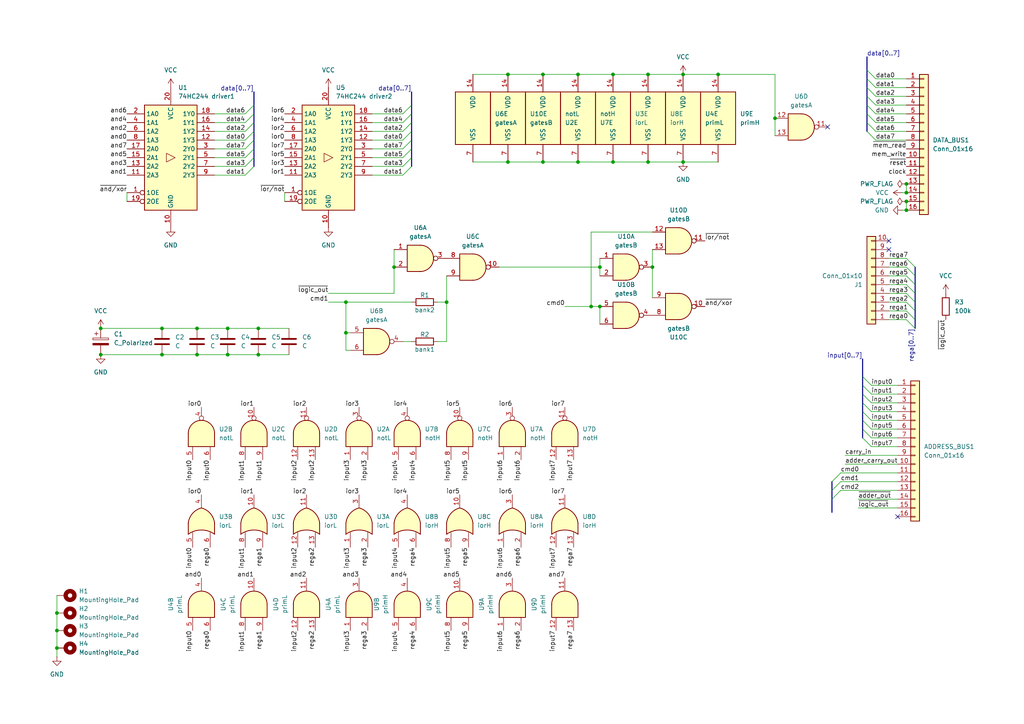
<source format=kicad_sch>
(kicad_sch (version 20250114) (generator "eeschema") (generator_version "9.0")
  (paper "A4")
  (title_block (title "PC-06 ALU LOGIC UNIT") (rev "A"))
  (junction (at 177.8 21.59))
  (junction (at 198.12 46.99))
  (junction (at 57.15 95.25))
  (junction (at 147.32 21.59))
  (junction (at 74.93 95.25))
  (junction (at 57.15 102.87))
  (junction (at 189.23 77.47))
  (junction (at 187.96 46.99))
  (junction (at 262.89 58.42))
  (junction (at 16.51 187.96))
  (junction (at 66.04 102.87))
  (junction (at 208.28 21.59))
  (junction (at 173.99 77.47))
  (junction (at 187.96 21.59))
  (junction (at 16.51 182.88))
  (junction (at 262.89 53.34))
  (junction (at 171.45 88.9))
  (junction (at 46.99 95.25))
  (junction (at 29.21 102.87))
  (junction (at 167.64 46.99))
  (junction (at 100.33 96.52))
  (junction (at 224.79 34.29))
  (junction (at 147.32 46.99))
  (junction (at 114.3 77.47))
  (junction (at 177.8 46.99))
  (junction (at 46.99 102.87))
  (junction (at 29.21 95.25))
  (junction (at 100.33 87.63))
  (junction (at 16.51 177.8))
  (junction (at 167.64 21.59))
  (junction (at 74.93 102.87))
  (junction (at 262.89 55.88))
  (junction (at 173.99 88.9))
  (junction (at 262.89 60.96))
  (junction (at 157.48 46.99))
  (junction (at 129.54 87.63))
  (junction (at 198.12 21.59))
  (junction (at 66.04 95.25))
  (junction (at 157.48 21.59))
  (no_connect (at 257.81 72.39))
  (no_connect (at 260.35 149.86))
  (no_connect (at 240.03 36.83))
  (no_connect (at 257.81 69.85))
  (bus_entry (at 251.46 20.32) (size 2.54 2.54))
  (bus_entry (at 119.38 40.64) (size -2.54 2.54))
  (bus_entry (at 250.19 114.3) (size 2.54 2.54))
  (bus_entry (at 119.38 33.02) (size -2.54 2.54))
  (bus_entry (at 73.66 30.48) (size -2.54 2.54))
  (bus_entry (at 250.19 111.76) (size 2.54 2.54))
  (bus_entry (at 241.3 139.7) (size 2.54 -2.54))
  (bus_entry (at 251.46 33.02) (size 2.54 2.54))
  (bus_entry (at 119.38 30.48) (size -2.54 2.54))
  (bus_entry (at 265.43 82.55) (size -2.54 -2.54))
  (bus_entry (at 73.66 33.02) (size -2.54 2.54))
  (bus_entry (at 251.46 22.86) (size 2.54 2.54))
  (bus_entry (at 73.66 40.64) (size -2.54 2.54))
  (bus_entry (at 73.66 43.18) (size -2.54 2.54))
  (bus_entry (at 73.66 38.1) (size -2.54 2.54))
  (bus_entry (at 241.3 144.78) (size 2.54 -2.54))
  (bus_entry (at 250.19 127) (size 2.54 2.54))
  (bus_entry (at 265.43 77.47) (size -2.54 -2.54))
  (bus_entry (at 251.46 25.4) (size 2.54 2.54))
  (bus_entry (at 251.46 35.56) (size 2.54 2.54))
  (bus_entry (at 73.66 45.72) (size -2.54 2.54))
  (bus_entry (at 265.43 92.71) (size -2.54 -2.54))
  (bus_entry (at 250.19 124.46) (size 2.54 2.54))
  (bus_entry (at 119.38 48.26) (size -2.54 2.54))
  (bus_entry (at 73.66 35.56) (size -2.54 2.54))
  (bus_entry (at 250.19 119.38) (size 2.54 2.54))
  (bus_entry (at 119.38 43.18) (size -2.54 2.54))
  (bus_entry (at 265.43 90.17) (size -2.54 -2.54))
  (bus_entry (at 119.38 35.56) (size -2.54 2.54))
  (bus_entry (at 73.66 48.26) (size -2.54 2.54))
  (bus_entry (at 251.46 38.1) (size 2.54 2.54))
  (bus_entry (at 250.19 109.22) (size 2.54 2.54))
  (bus_entry (at 119.38 38.1) (size -2.54 2.54))
  (bus_entry (at 265.43 95.25) (size -2.54 -2.54))
  (bus_entry (at 250.19 116.84) (size 2.54 2.54))
  (bus_entry (at 265.43 85.09) (size -2.54 -2.54))
  (bus_entry (at 250.19 121.92) (size 2.54 2.54))
  (bus_entry (at 251.46 30.48) (size 2.54 2.54))
  (bus_entry (at 119.38 45.72) (size -2.54 2.54))
  (bus_entry (at 251.46 27.94) (size 2.54 2.54))
  (bus_entry (at 265.43 80.01) (size -2.54 -2.54))
  (bus_entry (at 265.43 87.63) (size -2.54 -2.54))
  (bus_entry (at 241.3 142.24) (size 2.54 -2.54))
  (wire (pts (xy 173.99 74.93) (xy 173.99 77.47)))
  (wire (pts (xy 129.54 87.63) (xy 129.54 99.06)))
  (wire (pts (xy 100.33 96.52) (xy 100.33 101.6)))
  (wire (pts (xy 116.84 33.02) (xy 107.95 33.02)))
  (wire (pts (xy 261.62 60.96) (xy 262.89 60.96)))
  (bus (pts (xy 265.43 90.17) (xy 265.43 92.71)))
  (wire (pts (xy 254 40.64) (xy 262.89 40.64)))
  (wire (pts (xy 71.12 43.18) (xy 62.23 43.18)))
  (wire (pts (xy 243.84 142.24) (xy 260.35 142.24)))
  (wire (pts (xy 116.84 38.1) (xy 107.95 38.1)))
  (wire (pts (xy 257.81 90.17) (xy 262.89 90.17)))
  (bus (pts (xy 250.19 109.22) (xy 250.19 111.76)))
  (bus (pts (xy 241.3 139.7) (xy 241.3 142.24)))
  (bus (pts (xy 73.66 38.1) (xy 73.66 40.64)))
  (wire (pts (xy 189.23 72.39) (xy 189.23 77.47)))
  (wire (pts (xy 95.25 87.63) (xy 100.33 87.63)))
  (wire (pts (xy 198.12 21.59) (xy 187.96 21.59)))
  (wire (pts (xy 187.96 21.59) (xy 177.8 21.59)))
  (wire (pts (xy 116.84 50.8) (xy 107.95 50.8)))
  (bus (pts (xy 251.46 35.56) (xy 251.46 38.1)))
  (bus (pts (xy 119.38 38.1) (xy 119.38 40.64)))
  (bus (pts (xy 265.43 77.47) (xy 265.43 80.01)))
  (wire (pts (xy 16.51 182.88) (xy 16.51 187.96)))
  (wire (pts (xy 252.73 116.84) (xy 260.35 116.84)))
  (wire (pts (xy 16.51 172.72) (xy 16.51 177.8)))
  (bus (pts (xy 73.66 45.72) (xy 73.66 48.26)))
  (bus (pts (xy 119.38 35.56) (xy 119.38 38.1)))
  (bus (pts (xy 265.43 87.63) (xy 265.43 90.17)))
  (wire (pts (xy 254 25.4) (xy 262.89 25.4)))
  (wire (pts (xy 36.83 55.88) (xy 36.83 58.42)))
  (bus (pts (xy 73.66 33.02) (xy 73.66 35.56)))
  (wire (pts (xy 252.73 119.38) (xy 260.35 119.38)))
  (wire (pts (xy 167.64 21.59) (xy 157.48 21.59)))
  (wire (pts (xy 147.32 21.59) (xy 137.16 21.59)))
  (wire (pts (xy 137.16 46.99) (xy 147.32 46.99)))
  (wire (pts (xy 177.8 46.99) (xy 187.96 46.99)))
  (wire (pts (xy 66.04 102.87) (xy 74.93 102.87)))
  (bus (pts (xy 251.46 25.4) (xy 251.46 27.94)))
  (wire (pts (xy 29.21 95.25) (xy 46.99 95.25)))
  (wire (pts (xy 254 27.94) (xy 262.89 27.94)))
  (bus (pts (xy 241.3 144.78) (xy 241.3 148.59)))
  (wire (pts (xy 71.12 38.1) (xy 62.23 38.1)))
  (wire (pts (xy 71.12 33.02) (xy 62.23 33.02)))
  (bus (pts (xy 250.19 104.14) (xy 250.19 109.22)))
  (wire (pts (xy 243.84 137.16) (xy 260.35 137.16)))
  (wire (pts (xy 95.25 85.09) (xy 114.3 85.09)))
  (wire (pts (xy 257.81 87.63) (xy 262.89 87.63)))
  (wire (pts (xy 29.21 102.87) (xy 46.99 102.87)))
  (bus (pts (xy 265.43 92.71) (xy 265.43 95.25)))
  (wire (pts (xy 248.92 144.78) (xy 260.35 144.78)))
  (wire (pts (xy 248.92 147.32) (xy 260.35 147.32)))
  (wire (pts (xy 71.12 45.72) (xy 62.23 45.72)))
  (wire (pts (xy 198.12 46.99) (xy 208.28 46.99)))
  (wire (pts (xy 114.3 72.39) (xy 114.3 77.47)))
  (wire (pts (xy 74.93 95.25) (xy 83.82 95.25)))
  (wire (pts (xy 224.79 39.37) (xy 224.79 34.29)))
  (wire (pts (xy 187.96 46.99) (xy 198.12 46.99)))
  (bus (pts (xy 251.46 22.86) (xy 251.46 25.4)))
  (wire (pts (xy 245.11 132.08) (xy 260.35 132.08)))
  (bus (pts (xy 73.66 26.67) (xy 73.66 30.48)))
  (wire (pts (xy 224.79 34.29) (xy 224.79 21.59)))
  (wire (pts (xy 171.45 88.9) (xy 173.99 88.9)))
  (bus (pts (xy 265.43 80.01) (xy 265.43 82.55)))
  (bus (pts (xy 73.66 35.56) (xy 73.66 38.1)))
  (wire (pts (xy 257.81 92.71) (xy 262.89 92.71)))
  (wire (pts (xy 147.32 46.99) (xy 157.48 46.99)))
  (wire (pts (xy 100.33 87.63) (xy 100.33 96.52)))
  (wire (pts (xy 144.78 77.47) (xy 173.99 77.47)))
  (bus (pts (xy 251.46 16.51) (xy 251.46 20.32)))
  (wire (pts (xy 254 30.48) (xy 262.89 30.48)))
  (bus (pts (xy 119.38 26.67) (xy 119.38 30.48)))
  (wire (pts (xy 116.84 99.06) (xy 119.38 99.06)))
  (wire (pts (xy 46.99 95.25) (xy 57.15 95.25)))
  (wire (pts (xy 46.99 102.87) (xy 57.15 102.87)))
  (wire (pts (xy 157.48 46.99) (xy 167.64 46.99)))
  (bus (pts (xy 119.38 30.48) (xy 119.38 33.02)))
  (wire (pts (xy 177.8 21.59) (xy 167.64 21.59)))
  (wire (pts (xy 254 35.56) (xy 262.89 35.56)))
  (bus (pts (xy 250.19 119.38) (xy 250.19 121.92)))
  (wire (pts (xy 116.84 43.18) (xy 107.95 43.18)))
  (wire (pts (xy 171.45 67.31) (xy 171.45 88.9)))
  (wire (pts (xy 224.79 21.59) (xy 208.28 21.59)))
  (wire (pts (xy 252.73 111.76) (xy 260.35 111.76)))
  (wire (pts (xy 254 33.02) (xy 262.89 33.02)))
  (bus (pts (xy 73.66 30.48) (xy 73.66 33.02)))
  (wire (pts (xy 114.3 77.47) (xy 114.3 85.09)))
  (wire (pts (xy 257.81 85.09) (xy 262.89 85.09)))
  (wire (pts (xy 208.28 21.59) (xy 198.12 21.59)))
  (wire (pts (xy 116.84 48.26) (xy 107.95 48.26)))
  (bus (pts (xy 251.46 30.48) (xy 251.46 33.02)))
  (bus (pts (xy 265.43 85.09) (xy 265.43 87.63)))
  (wire (pts (xy 261.62 55.88) (xy 262.89 55.88)))
  (bus (pts (xy 251.46 33.02) (xy 251.46 35.56)))
  (wire (pts (xy 257.81 77.47) (xy 262.89 77.47)))
  (wire (pts (xy 189.23 67.31) (xy 171.45 67.31)))
  (bus (pts (xy 119.38 33.02) (xy 119.38 35.56)))
  (wire (pts (xy 157.48 21.59) (xy 147.32 21.59)))
  (wire (pts (xy 257.81 80.01) (xy 262.89 80.01)))
  (bus (pts (xy 265.43 82.55) (xy 265.43 85.09)))
  (wire (pts (xy 74.93 102.87) (xy 83.82 102.87)))
  (bus (pts (xy 250.19 121.92) (xy 250.19 124.46)))
  (bus (pts (xy 250.19 114.3) (xy 250.19 116.84)))
  (bus (pts (xy 119.38 45.72) (xy 119.38 48.26)))
  (wire (pts (xy 243.84 139.7) (xy 260.35 139.7)))
  (wire (pts (xy 252.73 129.54) (xy 260.35 129.54)))
  (wire (pts (xy 100.33 96.52) (xy 101.6 96.52)))
  (wire (pts (xy 119.38 87.63) (xy 100.33 87.63)))
  (wire (pts (xy 82.55 55.88) (xy 82.55 58.42)))
  (wire (pts (xy 129.54 99.06) (xy 127 99.06)))
  (bus (pts (xy 251.46 20.32) (xy 251.46 22.86)))
  (wire (pts (xy 173.99 77.47) (xy 173.99 80.01)))
  (wire (pts (xy 254 22.86) (xy 262.89 22.86)))
  (wire (pts (xy 254 38.1) (xy 262.89 38.1)))
  (wire (pts (xy 71.12 40.64) (xy 62.23 40.64)))
  (wire (pts (xy 252.73 124.46) (xy 260.35 124.46)))
  (wire (pts (xy 57.15 102.87) (xy 66.04 102.87)))
  (bus (pts (xy 250.19 116.84) (xy 250.19 119.38)))
  (bus (pts (xy 250.19 124.46) (xy 250.19 127)))
  (wire (pts (xy 129.54 80.01) (xy 129.54 87.63)))
  (wire (pts (xy 116.84 35.56) (xy 107.95 35.56)))
  (wire (pts (xy 163.83 88.9) (xy 171.45 88.9)))
  (wire (pts (xy 252.73 127) (xy 260.35 127)))
  (wire (pts (xy 262.89 58.42) (xy 262.89 60.96)))
  (bus (pts (xy 250.19 111.76) (xy 250.19 114.3)))
  (wire (pts (xy 57.15 95.25) (xy 66.04 95.25)))
  (wire (pts (xy 167.64 46.99) (xy 177.8 46.99)))
  (bus (pts (xy 73.66 40.64) (xy 73.66 43.18)))
  (wire (pts (xy 116.84 45.72) (xy 107.95 45.72)))
  (bus (pts (xy 119.38 40.64) (xy 119.38 43.18)))
  (wire (pts (xy 262.89 53.34) (xy 262.89 55.88)))
  (wire (pts (xy 252.73 114.3) (xy 260.35 114.3)))
  (wire (pts (xy 116.84 40.64) (xy 107.95 40.64)))
  (wire (pts (xy 71.12 50.8) (xy 62.23 50.8)))
  (wire (pts (xy 245.11 134.62) (xy 260.35 134.62)))
  (wire (pts (xy 71.12 35.56) (xy 62.23 35.56)))
  (wire (pts (xy 257.81 82.55) (xy 262.89 82.55)))
  (bus (pts (xy 251.46 27.94) (xy 251.46 30.48)))
  (wire (pts (xy 257.81 74.93) (xy 262.89 74.93)))
  (wire (pts (xy 71.12 48.26) (xy 62.23 48.26)))
  (wire (pts (xy 173.99 88.9) (xy 173.99 93.98)))
  (wire (pts (xy 189.23 77.47) (xy 189.23 86.36)))
  (bus (pts (xy 119.38 43.18) (xy 119.38 45.72)))
  (wire (pts (xy 16.51 190.5) (xy 16.51 187.96)))
  (bus (pts (xy 241.3 142.24) (xy 241.3 144.78)))
  (wire (pts (xy 252.73 121.92) (xy 260.35 121.92)))
  (wire (pts (xy 66.04 95.25) (xy 74.93 95.25)))
  (wire (pts (xy 129.54 87.63) (xy 127 87.63)))
  (wire (pts (xy 16.51 177.8) (xy 16.51 182.88)))
  (wire (pts (xy 100.33 101.6) (xy 101.6 101.6)))
  (bus (pts (xy 73.66 43.18) (xy 73.66 45.72)))
  (label "ior2" (at 88.9 143.51 180))
  (label "and2" (at 88.9 167.64 180))
  (label "and4" (at 118.11 167.64 180))
  (label "input5" (at 252.73 124.46 0))
  (label "and2" (at 36.83 38.1 180))
  (label "ior6" (at 148.59 118.11 180))
  (label "ior0" (at 58.42 118.11 180))
  (label "data3" (at 254 30.48 0))
  (label "rega1" (at 257.81 90.17 0))
  (label "data0" (at 71.12 40.64 180))
  (label "ior0" (at 58.42 143.51 180))
  (label "and6" (at 148.59 167.64 180))
  (label "~{logic_out}" (at 274.32 92.71 270))
  (label "input6" (at 151.13 133.35 270))
  (label "ior2" (at 82.55 38.1 180))
  (label "rega4" (at 120.65 158.75 270))
  (label "and0" (at 58.42 167.64 180))
  (label "input1" (at 71.12 182.88 270))
  (label "input1" (at 252.73 114.3 0))
  (label "ior3" (at 104.14 118.11 180))
  (label "input4" (at 115.57 158.75 270))
  (label "cmd1" (at 95.25 87.63 180))
  (label "data3" (at 71.12 48.26 180))
  (label "and5" (at 133.35 167.64 180))
  (label "input2" (at 252.73 116.84 0))
  (label "and6" (at 36.83 33.02 180))
  (label "~{ior{slash}not}" (at 204.47 69.85 0))
  (label "rega0" (at 257.81 92.71 0))
  (label "~{reset}" (at 262.89 48.26 180))
  (label "input3" (at 101.6 158.75 270))
  (label "data6" (at 71.12 33.02 180))
  (label "rega5" (at 135.89 158.75 270))
  (label "rega6" (at 257.81 77.47 0))
  (label "and3" (at 104.14 167.64 180))
  (label "rega[0..7]" (at 265.43 95.25 270))
  (label "data[0..7]" (at 73.66 26.67 180))
  (label "input6" (at 146.05 182.88 270))
  (label "data5" (at 116.84 45.72 180))
  (label "rega7" (at 166.37 182.88 270))
  (label "and0" (at 36.83 40.64 180))
  (label "and4" (at 36.83 35.56 180))
  (label "rega0" (at 60.96 158.75 270))
  (label "data4" (at 71.12 35.56 180))
  (label "input7" (at 161.29 182.88 270))
  (label "ior5" (at 133.35 143.51 180))
  (label "ior1" (at 82.55 50.8 180))
  (label "ior7" (at 163.83 143.51 180))
  (label "rega4" (at 257.81 82.55 0))
  (label "rega5" (at 135.89 182.88 270))
  (label "input5" (at 130.81 158.75 270))
  (label "input0" (at 55.88 182.88 270))
  (label "input7" (at 252.73 129.54 0))
  (label "data5" (at 254 35.56 0))
  (label "data[0..7]" (at 119.38 26.67 180))
  (label "data1" (at 116.84 50.8 180))
  (label "ior1" (at 73.66 143.51 180))
  (label "mem_write" (at 262.89 45.72 180))
  (label "data2" (at 116.84 38.1 180))
  (label "input2" (at 86.36 133.35 270))
  (label "~{and{slash}xor}" (at 204.47 88.9 0))
  (label "data0" (at 116.84 40.64 180))
  (label "input5" (at 130.81 182.88 270))
  (label "input6" (at 146.05 133.35 270))
  (label "input0" (at 55.88 133.35 270))
  (label "and5" (at 36.83 45.72 180))
  (label "data6" (at 116.84 33.02 180))
  (label "~{mem_read}" (at 262.89 43.18 180))
  (label "rega1" (at 76.2 158.75 270))
  (label "rega4" (at 120.65 182.88 270))
  (label "data7" (at 254 40.64 0))
  (label "ior1" (at 73.66 118.11 180))
  (label "rega3" (at 257.81 85.09 0))
  (label "data4" (at 254 33.02 0))
  (label "ior4" (at 118.11 143.51 180))
  (label "rega2" (at 91.44 182.88 270))
  (label "input4" (at 115.57 182.88 270))
  (label "ior3" (at 104.14 143.51 180))
  (label "rega6" (at 151.13 182.88 270))
  (label "ior2" (at 88.9 118.11 180))
  (label "rega0" (at 60.96 182.88 270))
  (label "rega6" (at 151.13 158.75 270))
  (label "carry_in" (at 245.11 132.08 0))
  (label "input0" (at 60.96 133.35 270))
  (label "ior6" (at 148.59 143.51 180))
  (label "adder_carry_out" (at 245.11 134.62 0))
  (label "data2" (at 254 27.94 0))
  (label "~{logic_out}" (at 248.92 147.32 0))
  (label "input2" (at 86.36 158.75 270))
  (label "input7" (at 161.29 133.35 270))
  (label "data4" (at 116.84 35.56 180))
  (label "input6" (at 146.05 158.75 270))
  (label "clock" (at 262.89 50.8 180))
  (label "ior4" (at 82.55 35.56 180))
  (label "and3" (at 36.83 48.26 180))
  (label "rega5" (at 257.81 80.01 0))
  (label "input1" (at 71.12 133.35 270))
  (label "cmd0" (at 163.83 88.9 180))
  (label "~{ior{slash}not}" (at 82.55 55.88 180))
  (label "ior7" (at 82.55 43.18 180))
  (label "input5" (at 130.81 133.35 270))
  (label "rega1" (at 76.2 182.88 270))
  (label "input3" (at 252.73 119.38 0))
  (label "input2" (at 91.44 133.35 270))
  (label "input3" (at 101.6 182.88 270))
  (label "ior7" (at 163.83 118.11 180))
  (label "rega2" (at 91.44 158.75 270))
  (label "ior6" (at 82.55 33.02 180))
  (label "input0" (at 55.88 158.75 270))
  (label "ior5" (at 133.35 118.11 180))
  (label "data[0..7]" (at 251.46 16.51 0))
  (label "ior3" (at 82.55 48.26 180))
  (label "and1" (at 36.83 50.8 180))
  (label "ior5" (at 82.55 45.72 180))
  (label "input[0..7]" (at 250.19 104.14 180))
  (label "input4" (at 252.73 121.92 0))
  (label "input6" (at 252.73 127 0))
  (label "rega7" (at 166.37 158.75 270))
  (label "input2" (at 86.36 182.88 270))
  (label "~{adder_out}" (at 248.92 144.78 0))
  (label "input3" (at 101.6 133.35 270))
  (label "input7" (at 161.29 158.75 270))
  (label "data1" (at 254 25.4 0))
  (label "data3" (at 116.84 48.26 180))
  (label "rega3" (at 106.68 182.88 270))
  (label "and7" (at 36.83 43.18 180))
  (label "input1" (at 76.2 133.35 270))
  (label "and7" (at 163.83 167.64 180))
  (label "data6" (at 254 38.1 0))
  (label "rega2" (at 257.81 87.63 0))
  (label "data1" (at 71.12 50.8 180))
  (label "input4" (at 115.57 133.35 270))
  (label "and1" (at 73.66 167.64 180))
  (label "data7" (at 71.12 43.18 180))
  (label "ior4" (at 118.11 118.11 180))
  (label "rega7" (at 257.81 74.93 0))
  (label "ior0" (at 82.55 40.64 180))
  (label "~{logic_out}" (at 95.25 85.09 180))
  (label "~{and{slash}xor}" (at 36.83 55.88 180))
  (label "data2" (at 71.12 38.1 180))
  (label "input0" (at 252.73 111.76 0))
  (label "data7" (at 116.84 43.18 180))
  (label "input7" (at 166.37 133.35 270))
  (label "data5" (at 71.12 45.72 180))
  (label "input4" (at 120.65 133.35 270))
  (label "input3" (at 106.68 133.35 270))
  (label "cmd0" (at 243.84 137.16 0))
  (label "input1" (at 71.12 158.75 270))
  (label "cmd2" (at 243.84 142.24 0))
  (label "rega3" (at 106.68 158.75 270))
  (label "input5" (at 135.89 133.35 270))
  (label "data0" (at 254 22.86 0))
  (label "cmd1" (at 243.84 139.7 0))
  (symbol (lib_id "4xxx:4011") (at 181.61 91.44 0) (unit 2)
    (property "Reference" "U10" (at 181.6017 82.55 0))
    (property "Value" "gatesB" (at 181.6017 85.09 0))
    (property "Footprint" "Package_DIP:DIP-14_W7.62mm_LongPads" (effects (hide yes)))
    (property "Datasheet" "http://www.intersil.com/content/dam/Intersil/documents/cd40/cd4011bms-12bms-23bms.pdf" (effects (hide yes)))
    (property "Description" "Quad Nand 2 inputs" (effects (hide yes)))
  )
  (symbol (lib_id "4xxx:4081") (at 73.66 175.26 90) (unit 3)
    (property "Reference" "U4" (at 64.77 175.2683 0))
    (property "Value" "primL" (at 67.31 175.2683 0))
    (property "Footprint" "Package_DIP:DIP-14_W7.62mm_LongPads" (effects (hide yes)))
    (property "Datasheet" "http://www.intersil.com/content/dam/Intersil/documents/cd40/cd4073bms-81bms-82bms.pdf" (effects (hide yes)))
    (property "Description" "Quad And 2 inputs" (effects (hide yes)))
  )
  (symbol (lib_id "4xxx:4071") (at 163.83 151.13 90) (unit 4)
    (property "Reference" "U8" (at 168.91 149.8599 90) (effects (justify right)))
    (property "Value" "iorH" (at 168.91 152.3999 90) (effects (justify right)))
    (property "Footprint" "Package_DIP:DIP-14_W7.62mm_LongPads" (effects (hide yes)))
    (property "Datasheet" "http://www.intersil.com/content/dam/Intersil/documents/cd40/cd4071bms-72bms-75bms.pdf" (effects (hide yes)))
    (property "Description" "Quad Or 2 inputs" (effects (hide yes)))
  )
  (symbol (lib_id "4xxx:4071") (at 118.11 151.13 90) (unit 2)
    (property "Reference" "U8" (at 123.19 149.8599 90) (effects (justify right)))
    (property "Value" "iorH" (at 123.19 152.3999 90) (effects (justify right)))
    (property "Footprint" "Package_DIP:DIP-14_W7.62mm_LongPads" (effects (hide yes)))
    (property "Datasheet" "http://www.intersil.com/content/dam/Intersil/documents/cd40/cd4071bms-72bms-75bms.pdf" (effects (hide yes)))
    (property "Description" "Quad Or 2 inputs" (effects (hide yes)))
  )
  (symbol (lib_id "74xx:74HC244") (at 49.53 45.72 0) (unit 1)
    (property "Reference" "U1" (at 51.6733 25.4 0) (effects (justify left)))
    (property "Value" "74HC244 driver1" (at 51.6733 27.94 0) (effects (justify left)))
    (property "Footprint" "Package_DIP:DIP-20_W7.62mm_LongPads" (effects (hide yes)))
    (property "Datasheet" "https://assets.nexperia.com/documents/data-sheet/74HC_HCT244.pdf" (effects (hide yes)))
    (property "Description" "8-bit Buffer/Line Driver 3-state" (effects (hide yes)))
  )
  (symbol (lib_id "4xxx:4081") (at 133.35 175.26 90) (unit 3)
    (property "Reference" "U9" (at 124.46 175.2683 0))
    (property "Value" "primH" (at 127 175.2683 0))
    (property "Footprint" "Package_DIP:DIP-14_W7.62mm_LongPads" (effects (hide yes)))
    (property "Datasheet" "http://www.intersil.com/content/dam/Intersil/documents/cd40/cd4073bms-81bms-82bms.pdf" (effects (hide yes)))
    (property "Description" "Quad And 2 inputs" (effects (hide yes)))
  )
  (symbol (lib_id "4xxx:4011") (at 109.22 99.06 0) (unit 2)
    (property "Reference" "U6" (at 109.2117 90.17 0))
    (property "Value" "gatesA" (at 109.2117 92.71 0))
    (property "Footprint" "Package_DIP:DIP-14_W7.62mm_LongPads" (effects (hide yes)))
    (property "Datasheet" "http://www.intersil.com/content/dam/Intersil/documents/cd40/cd4011bms-12bms-23bms.pdf" (effects (hide yes)))
    (property "Description" "Quad Nand 2 inputs" (effects (hide yes)))
  )
  (symbol (lib_id "4xxx:4011") (at 58.42 125.73 90) (unit 2)
    (property "Reference" "U2" (at 63.5 124.4682 90) (effects (justify right)))
    (property "Value" "notL" (at 63.5 127.0082 90) (effects (justify right)))
    (property "Footprint" "Package_DIP:DIP-14_W7.62mm_LongPads" (effects (hide yes)))
    (property "Datasheet" "http://www.intersil.com/content/dam/Intersil/documents/cd40/cd4011bms-12bms-23bms.pdf" (effects (hide yes)))
    (property "Description" "Quad Nand 2 inputs" (effects (hide yes)))
  )
  (symbol (lib_id "power:GND") (at 49.53 66.04 0) (unit 1)
    (property "Reference" "#PWR03" (effects (hide yes)))
    (property "Value" "GND" (at 49.53 71.12 0))
    (property "Description" "Power symbol creates a global label with name \"GND\" , ground" (effects (hide yes)))
  )
  (symbol (lib_id "4xxx:4011") (at 157.48 34.29 0) (mirror y) (unit 5)
    (property "Reference" "U2" (at 163.83 35.5601 0) (effects (justify right)))
    (property "Value" "notL" (at 163.83 33.0201 0) (effects (justify right)))
    (property "Footprint" "Package_DIP:DIP-14_W7.62mm_LongPads" (effects (hide yes)))
    (property "Datasheet" "http://www.intersil.com/content/dam/Intersil/documents/cd40/cd4011bms-12bms-23bms.pdf" (effects (hide yes)))
    (property "Description" "Quad Nand 2 inputs" (effects (hide yes)))
  )
  (symbol (lib_id "4xxx:4071") (at 148.59 151.13 90) (unit 1)
    (property "Reference" "U8" (at 153.67 149.8599 90) (effects (justify right)))
    (property "Value" "iorH" (at 153.67 152.3999 90) (effects (justify right)))
    (property "Footprint" "Package_DIP:DIP-14_W7.62mm_LongPads" (effects (hide yes)))
    (property "Datasheet" "http://www.intersil.com/content/dam/Intersil/documents/cd40/cd4071bms-72bms-75bms.pdf" (effects (hide yes)))
    (property "Description" "Quad Or 2 inputs" (effects (hide yes)))
  )
  (symbol (lib_id "Device:R") (at 123.19 99.06 90) (unit 1)
    (property "Reference" "R2" (at 123.19 97.028 90))
    (property "Value" "bank1" (at 123.19 101.346 90))
    (property "Footprint" "Resistor_SMD:R_0603_1608Metric" (effects (hide yes)))
    (property "Description" "Resistor" (effects (hide yes)))
  )
  (symbol (lib_id "4xxx:4011") (at 148.59 125.73 90) (unit 1)
    (property "Reference" "U7" (at 153.67 124.4682 90) (effects (justify right)))
    (property "Value" "notH" (at 153.67 127.0082 90) (effects (justify right)))
    (property "Footprint" "Package_DIP:DIP-14_W7.62mm_LongPads" (effects (hide yes)))
    (property "Datasheet" "http://www.intersil.com/content/dam/Intersil/documents/cd40/cd4011bms-12bms-23bms.pdf" (effects (hide yes)))
    (property "Description" "Quad Nand 2 inputs" (effects (hide yes)))
  )
  (symbol (lib_id "4xxx:4081") (at 208.28 34.29 0) (unit 5)
    (property "Reference" "U9" (at 214.63 33.0199 0) (effects (justify left)))
    (property "Value" "primH" (at 214.63 35.5599 0) (effects (justify left)))
    (property "Footprint" "Package_DIP:DIP-14_W7.62mm_LongPads" (effects (hide yes)))
    (property "Datasheet" "http://www.intersil.com/content/dam/Intersil/documents/cd40/cd4073bms-81bms-82bms.pdf" (effects (hide yes)))
    (property "Description" "Quad And 2 inputs" (effects (hide yes)))
  )
  (symbol (lib_id "4xxx:4081") (at 88.9 175.26 90) (unit 4)
    (property "Reference" "U4" (at 80.01 175.2683 0))
    (property "Value" "primL" (at 82.55 175.2683 0))
    (property "Footprint" "Package_DIP:DIP-14_W7.62mm_LongPads" (effects (hide yes)))
    (property "Datasheet" "http://www.intersil.com/content/dam/Intersil/documents/cd40/cd4073bms-81bms-82bms.pdf" (effects (hide yes)))
    (property "Description" "Quad And 2 inputs" (effects (hide yes)))
  )
  (symbol (lib_id "4xxx:4071") (at 177.8 34.29 0) (unit 5)
    (property "Reference" "U3" (at 184.15 33.0199 0) (effects (justify left)))
    (property "Value" "iorL" (at 184.15 35.5599 0) (effects (justify left)))
    (property "Footprint" "Package_DIP:DIP-14_W7.62mm_LongPads" (effects (hide yes)))
    (property "Datasheet" "http://www.intersil.com/content/dam/Intersil/documents/cd40/cd4071bms-72bms-75bms.pdf" (effects (hide yes)))
    (property "Description" "Quad Or 2 inputs" (effects (hide yes)))
  )
  (symbol (lib_id "4xxx:4011") (at 163.83 125.73 90) (unit 4)
    (property "Reference" "U7" (at 168.91 124.4682 90) (effects (justify right)))
    (property "Value" "notH" (at 168.91 127.0082 90) (effects (justify right)))
    (property "Footprint" "Package_DIP:DIP-14_W7.62mm_LongPads" (effects (hide yes)))
    (property "Datasheet" "http://www.intersil.com/content/dam/Intersil/documents/cd40/cd4011bms-12bms-23bms.pdf" (effects (hide yes)))
    (property "Description" "Quad Nand 2 inputs" (effects (hide yes)))
  )
  (symbol (lib_id "4xxx:4011") (at 118.11 125.73 90) (unit 2)
    (property "Reference" "U7" (at 123.19 124.4682 90) (effects (justify right)))
    (property "Value" "notH" (at 123.19 127.0082 90) (effects (justify right)))
    (property "Footprint" "Package_DIP:DIP-14_W7.62mm_LongPads" (effects (hide yes)))
    (property "Datasheet" "http://www.intersil.com/content/dam/Intersil/documents/cd40/cd4011bms-12bms-23bms.pdf" (effects (hide yes)))
    (property "Description" "Quad Nand 2 inputs" (effects (hide yes)))
  )
  (symbol (lib_id "4xxx:4011") (at 88.9 125.73 90) (unit 4)
    (property "Reference" "U2" (at 93.98 124.4682 90) (effects (justify right)))
    (property "Value" "notL" (at 93.98 127.0082 90) (effects (justify right)))
    (property "Footprint" "Package_DIP:DIP-14_W7.62mm_LongPads" (effects (hide yes)))
    (property "Datasheet" "http://www.intersil.com/content/dam/Intersil/documents/cd40/cd4011bms-12bms-23bms.pdf" (effects (hide yes)))
    (property "Description" "Quad Nand 2 inputs" (effects (hide yes)))
  )
  (symbol (lib_id "power:GND") (at 198.12 46.99 0) (unit 1)
    (property "Reference" "#PWR07" (effects (hide yes)))
    (property "Value" "GND" (at 198.12 52.07 0))
    (property "Description" "Power symbol creates a global label with name \"GND\" , ground" (effects (hide yes)))
  )
  (symbol (lib_id "4xxx:4011") (at 196.85 88.9 0) (mirror x) (unit 3)
    (property "Reference" "U10" (at 196.8417 97.79 0))
    (property "Value" "gatesB" (at 196.8417 95.25 0))
    (property "Footprint" "Package_DIP:DIP-14_W7.62mm_LongPads" (effects (hide yes)))
    (property "Datasheet" "http://www.intersil.com/content/dam/Intersil/documents/cd40/cd4011bms-12bms-23bms.pdf" (effects (hide yes)))
    (property "Description" "Quad Nand 2 inputs" (effects (hide yes)))
  )
  (symbol (lib_id "4xxx:4071") (at 88.9 151.13 90) (unit 4)
    (property "Reference" "U3" (at 93.98 149.8599 90) (effects (justify right)))
    (property "Value" "iorL" (at 93.98 152.3999 90) (effects (justify right)))
    (property "Footprint" "Package_DIP:DIP-14_W7.62mm_LongPads" (effects (hide yes)))
    (property "Datasheet" "http://www.intersil.com/content/dam/Intersil/documents/cd40/cd4071bms-72bms-75bms.pdf" (effects (hide yes)))
    (property "Description" "Quad Or 2 inputs" (effects (hide yes)))
  )
  (symbol (lib_id "power:VCC") (at 198.12 21.59 0) (unit 1)
    (property "Reference" "#PWR06" (effects (hide yes)))
    (property "Value" "VCC" (at 198.12 16.51 0))
    (property "Description" "Power symbol creates a global label with name \"VCC\"" (effects (hide yes)))
  )
  (symbol (lib_id "4xxx:4081") (at 104.14 175.26 90) (unit 1)
    (property "Reference" "U4" (at 95.25 175.2683 0))
    (property "Value" "primL" (at 97.79 175.2683 0))
    (property "Footprint" "Package_DIP:DIP-14_W7.62mm_LongPads" (effects (hide yes)))
    (property "Datasheet" "http://www.intersil.com/content/dam/Intersil/documents/cd40/cd4073bms-81bms-82bms.pdf" (effects (hide yes)))
    (property "Description" "Quad And 2 inputs" (effects (hide yes)))
  )
  (symbol (lib_id "4xxx:4071") (at 73.66 151.13 90) (unit 3)
    (property "Reference" "U3" (at 78.74 149.8599 90) (effects (justify right)))
    (property "Value" "iorL" (at 78.74 152.3999 90) (effects (justify right)))
    (property "Footprint" "Package_DIP:DIP-14_W7.62mm_LongPads" (effects (hide yes)))
    (property "Datasheet" "http://www.intersil.com/content/dam/Intersil/documents/cd40/cd4071bms-72bms-75bms.pdf" (effects (hide yes)))
    (property "Description" "Quad Or 2 inputs" (effects (hide yes)))
  )
  (symbol (lib_id "4xxx:4081") (at 163.83 175.26 90) (unit 4)
    (property "Reference" "U9" (at 154.94 175.2683 0))
    (property "Value" "primH" (at 157.48 175.2683 0))
    (property "Footprint" "Package_DIP:DIP-14_W7.62mm_LongPads" (effects (hide yes)))
    (property "Datasheet" "http://www.intersil.com/content/dam/Intersil/documents/cd40/cd4073bms-81bms-82bms.pdf" (effects (hide yes)))
    (property "Description" "Quad And 2 inputs" (effects (hide yes)))
  )
  (symbol (lib_id "Mechanical:MountingHole_Pad") (at 19.05 177.8 270) (unit 1) (exclude_from_sim yes) (in_bom no)
    (property "Reference" "H2" (at 22.86 176.5299 90) (effects (justify left)))
    (property "Value" "MountingHole_Pad" (at 22.86 179.0699 90) (effects (justify left)))
    (property "Footprint" "MountingHole:MountingHole_3.2mm_M3_Pad_Via" (effects (hide yes)))
    (property "Description" "Mounting Hole with connection" (effects (hide yes)))
  )
  (symbol (lib_id "power:VCC") (at 274.32 85.09 0) (unit 1)
    (property "Reference" "#PWR010" (effects (hide yes)))
    (property "Value" "VCC" (at 274.32 80.01 0))
    (property "Description" "Power symbol creates a global label with name \"VCC\"" (effects (hide yes)))
  )
  (symbol (lib_id "4xxx:4011") (at 167.64 34.29 0) (mirror y) (unit 5)
    (property "Reference" "U7" (at 173.99 35.5601 0) (effects (justify right)))
    (property "Value" "notH" (at 173.99 33.0201 0) (effects (justify right)))
    (property "Footprint" "Package_DIP:DIP-14_W7.62mm_LongPads" (effects (hide yes)))
    (property "Datasheet" "http://www.intersil.com/content/dam/Intersil/documents/cd40/cd4011bms-12bms-23bms.pdf" (effects (hide yes)))
    (property "Description" "Quad Nand 2 inputs" (effects (hide yes)))
  )
  (symbol (lib_id "4xxx:4071") (at 58.42 151.13 90) (unit 2)
    (property "Reference" "U3" (at 63.5 149.8599 90) (effects (justify right)))
    (property "Value" "iorL" (at 63.5 152.3999 90) (effects (justify right)))
    (property "Footprint" "Package_DIP:DIP-14_W7.62mm_LongPads" (effects (hide yes)))
    (property "Datasheet" "http://www.intersil.com/content/dam/Intersil/documents/cd40/cd4071bms-72bms-75bms.pdf" (effects (hide yes)))
    (property "Description" "Quad Or 2 inputs" (effects (hide yes)))
  )
  (symbol (lib_id "4xxx:4071") (at 187.96 34.29 0) (unit 5)
    (property "Reference" "U8" (at 194.31 33.0199 0) (effects (justify left)))
    (property "Value" "iorH" (at 194.31 35.5599 0) (effects (justify left)))
    (property "Footprint" "Package_DIP:DIP-14_W7.62mm_LongPads" (effects (hide yes)))
    (property "Datasheet" "http://www.intersil.com/content/dam/Intersil/documents/cd40/cd4071bms-72bms-75bms.pdf" (effects (hide yes)))
    (property "Description" "Quad Or 2 inputs" (effects (hide yes)))
  )
  (symbol (lib_id "4xxx:4011") (at 137.16 34.29 0) (unit 5)
    (property "Reference" "U6" (at 143.51 33.0199 0) (effects (justify left)))
    (property "Value" "gatesA" (at 143.51 35.5599 0) (effects (justify left)))
    (property "Footprint" "Package_DIP:DIP-14_W7.62mm_LongPads" (effects (hide yes)))
    (property "Datasheet" "http://www.intersil.com/content/dam/Intersil/documents/cd40/cd4011bms-12bms-23bms.pdf" (effects (hide yes)))
    (property "Description" "Quad Nand 2 inputs" (effects (hide yes)))
  )
  (symbol (lib_id "Mechanical:MountingHole_Pad") (at 19.05 172.72 270) (unit 1) (exclude_from_sim yes) (in_bom no)
    (property "Reference" "H1" (at 22.86 171.4499 90) (effects (justify left)))
    (property "Value" "MountingHole_Pad" (at 22.86 173.9899 90) (effects (justify left)))
    (property "Footprint" "MountingHole:MountingHole_3.2mm_M3_Pad_Via" (effects (hide yes)))
    (property "Description" "Mounting Hole with connection" (effects (hide yes)))
  )
  (symbol (lib_id "Connector_Generic:Conn_01x10") (at 252.73 82.55 180) (unit 1)
    (property "Reference" "J1" (at 250.19 82.5501 0) (effects (justify left)))
    (property "Value" "Conn_01x10" (at 250.19 80.0101 0) (effects (justify left)))
    (property "Footprint" "Connector_IDC:IDC-Header_2x05_P2.54mm_Horizontal" (effects (hide yes)))
    (property "Description" "Generic connector, single row, 01x10, script generated (kicad-library-utils/schlib/autogen/connector/)" (effects (hide yes)))
  )
  (symbol (lib_id "Device:C") (at 46.99 99.06 0) (unit 1)
    (property "Reference" "C2" (at 50.8 97.7899 0) (effects (justify left)))
    (property "Value" "C" (at 50.8 100.3299 0) (effects (justify left)))
    (property "Footprint" "Capacitor_SMD:C_0603_1608Metric" (effects (hide yes)))
    (property "Description" "Unpolarized capacitor" (effects (hide yes)))
  )
  (symbol (lib_id "power:GND") (at 16.51 190.5 0) (unit 1)
    (property "Reference" "#PWR01" (effects (hide yes)))
    (property "Value" "GND" (at 16.51 195.58 0))
    (property "Description" "Power symbol creates a global label with name \"GND\" , ground" (effects (hide yes)))
  )
  (symbol (lib_id "4xxx:4011") (at 137.16 77.47 0) (unit 3)
    (property "Reference" "U6" (at 137.1517 68.58 0))
    (property "Value" "gatesA" (at 137.1517 71.12 0))
    (property "Footprint" "Package_DIP:DIP-14_W7.62mm_LongPads" (effects (hide yes)))
    (property "Datasheet" "http://www.intersil.com/content/dam/Intersil/documents/cd40/cd4011bms-12bms-23bms.pdf" (effects (hide yes)))
    (property "Description" "Quad Nand 2 inputs" (effects (hide yes)))
  )
  (symbol (lib_id "power:VCC") (at 95.25 25.4 0) (unit 1)
    (property "Reference" "#PWR04" (effects (hide yes)))
    (property "Value" "VCC" (at 95.25 20.32 0))
    (property "Description" "Power symbol creates a global label with name \"VCC\"" (effects (hide yes)))
  )
  (symbol (lib_id "4xxx:4011") (at 181.61 77.47 0) (unit 1)
    (property "Reference" "U10" (at 181.6017 68.58 0))
    (property "Value" "gatesB" (at 181.6017 71.12 0))
    (property "Footprint" "Package_DIP:DIP-14_W7.62mm_LongPads" (effects (hide yes)))
    (property "Datasheet" "http://www.intersil.com/content/dam/Intersil/documents/cd40/cd4011bms-12bms-23bms.pdf" (effects (hide yes)))
    (property "Description" "Quad Nand 2 inputs" (effects (hide yes)))
  )
  (symbol (lib_id "Connector_Generic:Conn_01x16") (at 267.97 40.64 0) (unit 1)
    (property "Reference" "DATA_BUS1" (at 270.51 40.6399 0) (effects (justify left)))
    (property "Value" "Conn_01x16" (at 270.51 43.1799 0) (effects (justify left)))
    (property "Footprint" "Connector_IDC:IDC-Header_2x08_P2.54mm_Horizontal" (effects (hide yes)))
    (property "Description" "Generic connector, single row, 01x16, script generated (kicad-library-utils/schlib/autogen/connector/)" (effects (hide yes)))
  )
  (symbol (lib_id "4xxx:4071") (at 104.14 151.13 90) (unit 1)
    (property "Reference" "U3" (at 109.22 149.8599 90) (effects (justify right)))
    (property "Value" "iorL" (at 109.22 152.3999 90) (effects (justify right)))
    (property "Footprint" "Package_DIP:DIP-14_W7.62mm_LongPads" (effects (hide yes)))
    (property "Datasheet" "http://www.intersil.com/content/dam/Intersil/documents/cd40/cd4071bms-72bms-75bms.pdf" (effects (hide yes)))
    (property "Description" "Quad Or 2 inputs" (effects (hide yes)))
  )
  (symbol (lib_id "4xxx:4081") (at 198.12 34.29 0) (unit 5)
    (property "Reference" "U4" (at 204.47 33.0199 0) (effects (justify left)))
    (property "Value" "primL" (at 204.47 35.5599 0) (effects (justify left)))
    (property "Footprint" "Package_DIP:DIP-14_W7.62mm_LongPads" (effects (hide yes)))
    (property "Datasheet" "http://www.intersil.com/content/dam/Intersil/documents/cd40/cd4073bms-81bms-82bms.pdf" (effects (hide yes)))
    (property "Description" "Quad And 2 inputs" (effects (hide yes)))
  )
  (symbol (lib_id "4xxx:4011") (at 73.66 125.73 90) (unit 3)
    (property "Reference" "U2" (at 78.74 124.4682 90) (effects (justify right)))
    (property "Value" "notL" (at 78.74 127.0082 90) (effects (justify right)))
    (property "Footprint" "Package_DIP:DIP-14_W7.62mm_LongPads" (effects (hide yes)))
    (property "Datasheet" "http://www.intersil.com/content/dam/Intersil/documents/cd40/cd4011bms-12bms-23bms.pdf" (effects (hide yes)))
    (property "Description" "Quad Nand 2 inputs" (effects (hide yes)))
  )
  (symbol (lib_id "power:PWR_FLAG") (at 262.89 58.42 90) (unit 1)
    (property "Reference" "#FLG02" (effects (hide yes)))
    (property "Value" "PWR_FLAG" (at 259.08 58.4199 90) (effects (justify left)))
    (property "Description" "Special symbol for telling ERC where power comes from" (effects (hide yes)))
  )
  (symbol (lib_id "Mechanical:MountingHole_Pad") (at 19.05 182.88 270) (unit 1) (exclude_from_sim yes) (in_bom no)
    (property "Reference" "H3" (at 22.86 181.6099 90) (effects (justify left)))
    (property "Value" "MountingHole_Pad" (at 22.86 184.1499 90) (effects (justify left)))
    (property "Footprint" "MountingHole:MountingHole_3.2mm_M3_Pad_Via" (effects (hide yes)))
    (property "Description" "Mounting Hole with connection" (effects (hide yes)))
  )
  (symbol (lib_id "Connector_Generic:Conn_01x16") (at 265.43 129.54 0) (unit 1)
    (property "Reference" "ADDRESS_BUS1" (at 267.97 129.5399 0) (effects (justify left)))
    (property "Value" "Conn_01x16" (at 267.97 132.0799 0) (effects (justify left)))
    (property "Footprint" "Connector_IDC:IDC-Header_2x08_P2.54mm_Horizontal" (effects (hide yes)))
    (property "Description" "Generic connector, single row, 01x16, script generated (kicad-library-utils/schlib/autogen/connector/)" (effects (hide yes)))
  )
  (symbol (lib_id "Device:C") (at 83.82 99.06 0) (unit 1)
    (property "Reference" "C6" (at 87.63 97.7899 0) (effects (justify left)))
    (property "Value" "C" (at 87.63 100.3299 0) (effects (justify left)))
    (property "Footprint" "Capacitor_SMD:C_0603_1608Metric" (effects (hide yes)))
    (property "Description" "Unpolarized capacitor" (effects (hide yes)))
  )
  (symbol (lib_id "power:VCC") (at 29.21 95.25 0) (unit 1)
    (property "Reference" "#PWR019" (effects (hide yes)))
    (property "Value" "VCC" (at 29.21 90.17 0))
    (property "Description" "Power symbol creates a global label with name \"VCC\"" (effects (hide yes)))
  )
  (symbol (lib_id "power:GND") (at 261.62 60.96 270) (unit 1)
    (property "Reference" "#PWR09" (effects (hide yes)))
    (property "Value" "GND" (at 257.81 60.9599 90) (effects (justify right)))
    (property "Description" "Power symbol creates a global label with name \"GND\" , ground" (effects (hide yes)))
  )
  (symbol (lib_id "power:VCC") (at 49.53 25.4 0) (unit 1)
    (property "Reference" "#PWR02" (effects (hide yes)))
    (property "Value" "VCC" (at 49.53 20.32 0))
    (property "Description" "Power symbol creates a global label with name \"VCC\"" (effects (hide yes)))
  )
  (symbol (lib_id "Device:R") (at 123.19 87.63 90) (unit 1)
    (property "Reference" "R1" (at 123.19 85.598 90))
    (property "Value" "bank2" (at 123.19 89.916 90))
    (property "Footprint" "Resistor_SMD:R_0603_1608Metric" (effects (hide yes)))
    (property "Description" "Resistor" (effects (hide yes)))
  )
  (symbol (lib_id "4xxx:4011") (at 133.35 125.73 90) (unit 3)
    (property "Reference" "U7" (at 138.43 124.4682 90) (effects (justify right)))
    (property "Value" "notH" (at 138.43 127.0082 90) (effects (justify right)))
    (property "Footprint" "Package_DIP:DIP-14_W7.62mm_LongPads" (effects (hide yes)))
    (property "Datasheet" "http://www.intersil.com/content/dam/Intersil/documents/cd40/cd4011bms-12bms-23bms.pdf" (effects (hide yes)))
    (property "Description" "Quad Nand 2 inputs" (effects (hide yes)))
  )
  (symbol (lib_id "4xxx:4011") (at 147.32 34.29 0) (unit 5)
    (property "Reference" "U10" (at 153.67 33.0199 0) (effects (justify left)))
    (property "Value" "gatesB" (at 153.67 35.5599 0) (effects (justify left)))
    (property "Footprint" "Package_DIP:DIP-14_W7.62mm_LongPads" (effects (hide yes)))
    (property "Datasheet" "http://www.intersil.com/content/dam/Intersil/documents/cd40/cd4011bms-12bms-23bms.pdf" (effects (hide yes)))
    (property "Description" "Quad Nand 2 inputs" (effects (hide yes)))
  )
  (symbol (lib_id "4xxx:4081") (at 118.11 175.26 90) (unit 2)
    (property "Reference" "U9" (at 109.22 175.2683 0))
    (property "Value" "primH" (at 111.76 175.2683 0))
    (property "Footprint" "Package_DIP:DIP-14_W7.62mm_LongPads" (effects (hide yes)))
    (property "Datasheet" "http://www.intersil.com/content/dam/Intersil/documents/cd40/cd4073bms-81bms-82bms.pdf" (effects (hide yes)))
    (property "Description" "Quad And 2 inputs" (effects (hide yes)))
  )
  (symbol (lib_id "4xxx:4081") (at 148.59 175.26 90) (unit 1)
    (property "Reference" "U9" (at 139.7 175.2683 0))
    (property "Value" "primH" (at 142.24 175.2683 0))
    (property "Footprint" "Package_DIP:DIP-14_W7.62mm_LongPads" (effects (hide yes)))
    (property "Datasheet" "http://www.intersil.com/content/dam/Intersil/documents/cd40/cd4073bms-81bms-82bms.pdf" (effects (hide yes)))
    (property "Description" "Quad And 2 inputs" (effects (hide yes)))
  )
  (symbol (lib_id "4xxx:4011") (at 232.41 36.83 0) (unit 4)
    (property "Reference" "U6" (at 232.4017 27.94 0))
    (property "Value" "gatesA" (at 232.4017 30.48 0))
    (property "Footprint" "Package_DIP:DIP-14_W7.62mm_LongPads" (effects (hide yes)))
    (property "Datasheet" "http://www.intersil.com/content/dam/Intersil/documents/cd40/cd4011bms-12bms-23bms.pdf" (effects (hide yes)))
    (property "Description" "Quad Nand 2 inputs" (effects (hide yes)))
  )
  (symbol (lib_id "Device:C") (at 66.04 99.06 0) (unit 1)
    (property "Reference" "C4" (at 69.85 97.7899 0) (effects (justify left)))
    (property "Value" "C" (at 69.85 100.3299 0) (effects (justify left)))
    (property "Footprint" "Capacitor_SMD:C_0603_1608Metric" (effects (hide yes)))
    (property "Description" "Unpolarized capacitor" (effects (hide yes)))
  )
  (symbol (lib_id "Mechanical:MountingHole_Pad") (at 19.05 187.96 270) (unit 1) (exclude_from_sim yes) (in_bom no)
    (property "Reference" "H4" (at 22.86 186.6899 90) (effects (justify left)))
    (property "Value" "MountingHole_Pad" (at 22.86 189.2299 90) (effects (justify left)))
    (property "Footprint" "MountingHole:MountingHole_3.2mm_M3_Pad_Via" (effects (hide yes)))
    (property "Description" "Mounting Hole with connection" (effects (hide yes)))
  )
  (symbol (lib_id "Device:C") (at 57.15 99.06 0) (unit 1)
    (property "Reference" "C3" (at 60.96 97.7899 0) (effects (justify left)))
    (property "Value" "C" (at 60.96 100.3299 0) (effects (justify left)))
    (property "Footprint" "Capacitor_SMD:C_0603_1608Metric" (effects (hide yes)))
    (property "Description" "Unpolarized capacitor" (effects (hide yes)))
  )
  (symbol (lib_id "4xxx:4071") (at 133.35 151.13 90) (unit 3)
    (property "Reference" "U8" (at 138.43 149.8599 90) (effects (justify right)))
    (property "Value" "iorH" (at 138.43 152.3999 90) (effects (justify right)))
    (property "Footprint" "Package_DIP:DIP-14_W7.62mm_LongPads" (effects (hide yes)))
    (property "Datasheet" "http://www.intersil.com/content/dam/Intersil/documents/cd40/cd4071bms-72bms-75bms.pdf" (effects (hide yes)))
    (property "Description" "Quad Or 2 inputs" (effects (hide yes)))
  )
  (symbol (lib_id "power:PWR_FLAG") (at 262.89 53.34 90) (unit 1)
    (property "Reference" "#FLG01" (effects (hide yes)))
    (property "Value" "PWR_FLAG" (at 259.08 53.3399 90) (effects (justify left)))
    (property "Description" "Special symbol for telling ERC where power comes from" (effects (hide yes)))
  )
  (symbol (lib_id "Device:R") (at 274.32 88.9 0) (unit 1)
    (property "Reference" "R3" (at 276.86 87.6299 0) (effects (justify left)))
    (property "Value" "100k" (at 276.86 90.1699 0) (effects (justify left)))
    (property "Footprint" "Resistor_SMD:R_0603_1608Metric" (effects (hide yes)))
    (property "Description" "Resistor" (effects (hide yes)))
  )
  (symbol (lib_id "power:GND") (at 29.21 102.87 0) (unit 1)
    (property "Reference" "#PWR018" (effects (hide yes)))
    (property "Value" "GND" (at 29.21 107.95 0))
    (property "Description" "Power symbol creates a global label with name \"GND\" , ground" (effects (hide yes)))
  )
  (symbol (lib_id "4xxx:4081") (at 58.42 175.26 90) (unit 2)
    (property "Reference" "U4" (at 49.53 175.2683 0))
    (property "Value" "primL" (at 52.07 175.2683 0))
    (property "Footprint" "Package_DIP:DIP-14_W7.62mm_LongPads" (effects (hide yes)))
    (property "Datasheet" "http://www.intersil.com/content/dam/Intersil/documents/cd40/cd4073bms-81bms-82bms.pdf" (effects (hide yes)))
    (property "Description" "Quad And 2 inputs" (effects (hide yes)))
  )
  (symbol (lib_id "power:GND") (at 95.25 66.04 0) (unit 1)
    (property "Reference" "#PWR05" (effects (hide yes)))
    (property "Value" "GND" (at 95.25 71.12 0))
    (property "Description" "Power symbol creates a global label with name \"GND\" , ground" (effects (hide yes)))
  )
  (symbol (lib_id "Device:C_Polarized") (at 29.21 99.06 0) (unit 1)
    (property "Reference" "C1" (at 33.02 96.9009 0) (effects (justify left)))
    (property "Value" "C_Polarized" (at 33.02 99.4409 0) (effects (justify left)))
    (property "Footprint" "Capacitor_SMD:CP_Elec_5x5.3" (effects (hide yes)))
    (property "Description" "Polarized capacitor" (effects (hide yes)))
  )
  (symbol (lib_id "4xxx:4011") (at 196.85 69.85 0) (unit 4)
    (property "Reference" "U10" (at 196.8417 60.96 0))
    (property "Value" "gatesB" (at 196.8417 63.5 0))
    (property "Footprint" "Package_DIP:DIP-14_W7.62mm_LongPads" (effects (hide yes)))
    (property "Datasheet" "http://www.intersil.com/content/dam/Intersil/documents/cd40/cd4011bms-12bms-23bms.pdf" (effects (hide yes)))
    (property "Description" "Quad Nand 2 inputs" (effects (hide yes)))
  )
  (symbol (lib_id "4xxx:4011") (at 104.14 125.73 90) (unit 1)
    (property "Reference" "U2" (at 109.22 124.4682 90) (effects (justify right)))
    (property "Value" "notL" (at 109.22 127.0082 90) (effects (justify right)))
    (property "Footprint" "Package_DIP:DIP-14_W7.62mm_LongPads" (effects (hide yes)))
    (property "Datasheet" "http://www.intersil.com/content/dam/Intersil/documents/cd40/cd4011bms-12bms-23bms.pdf" (effects (hide yes)))
    (property "Description" "Quad Nand 2 inputs" (effects (hide yes)))
  )
  (symbol (lib_id "74xx:74HC244") (at 95.25 45.72 0) (unit 1)
    (property "Reference" "U5" (at 97.3933 25.4 0) (effects (justify left)))
    (property "Value" "74HC244 driver2" (at 97.3933 27.94 0) (effects (justify left)))
    (property "Footprint" "Package_DIP:DIP-20_W7.62mm_LongPads" (effects (hide yes)))
    (property "Datasheet" "https://assets.nexperia.com/documents/data-sheet/74HC_HCT244.pdf" (effects (hide yes)))
    (property "Description" "8-bit Buffer/Line Driver 3-state" (effects (hide yes)))
  )
  (symbol (lib_id "4xxx:4011") (at 121.92 74.93 0) (unit 1)
    (property "Reference" "U6" (at 121.9117 66.04 0))
    (property "Value" "gatesA" (at 121.9117 68.58 0))
    (property "Footprint" "Package_DIP:DIP-14_W7.62mm_LongPads" (effects (hide yes)))
    (property "Datasheet" "http://www.intersil.com/content/dam/Intersil/documents/cd40/cd4011bms-12bms-23bms.pdf" (effects (hide yes)))
    (property "Description" "Quad Nand 2 inputs" (effects (hide yes)))
  )
  (symbol (lib_id "Device:C") (at 74.93 99.06 0) (unit 1)
    (property "Reference" "C5" (at 78.74 97.7899 0) (effects (justify left)))
    (property "Value" "C" (at 78.74 100.3299 0) (effects (justify left)))
    (property "Footprint" "Capacitor_SMD:C_0603_1608Metric" (effects (hide yes)))
    (property "Description" "Unpolarized capacitor" (effects (hide yes)))
  )
  (symbol (lib_id "power:VCC") (at 261.62 55.88 90) (unit 1)
    (property "Reference" "#PWR08" (effects (hide yes)))
    (property "Value" "VCC" (at 257.81 55.8799 90) (effects (justify left)))
    (property "Description" "Power symbol creates a global label with name \"VCC\"" (effects (hide yes)))
  )
)
</source>
